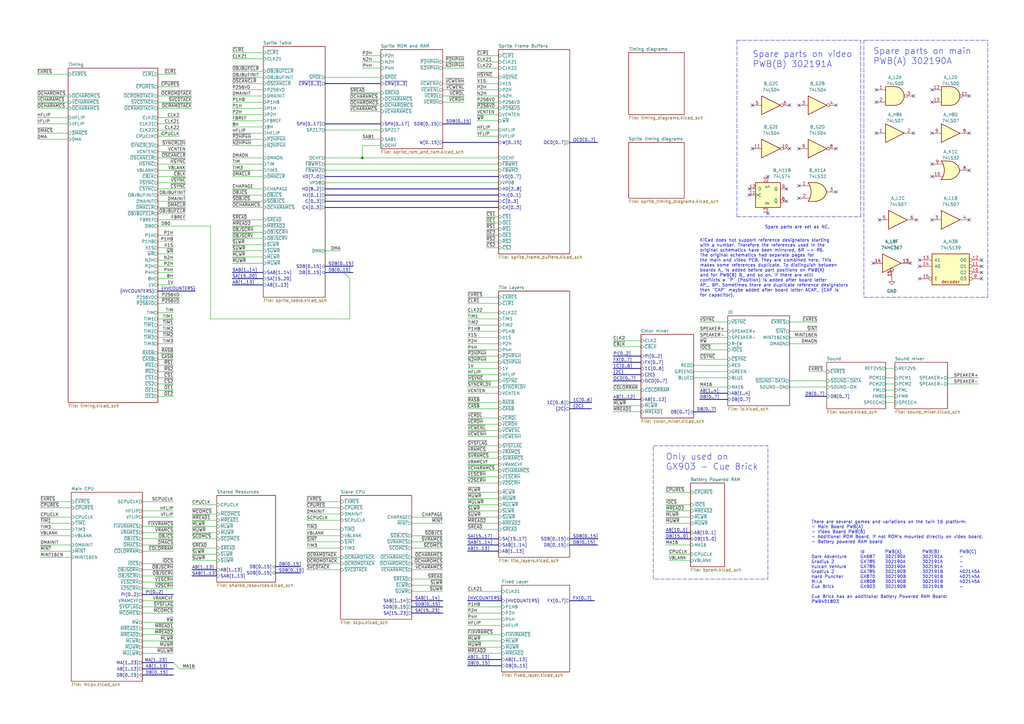
<source format=kicad_sch>
(kicad_sch (version 20231120) (generator "eeschema") (generator_version "8.0")
  (paper "A3")
  (title_block (title "Twin 16") (date "2024-09-08") (company "Konami GX687 / GX785") (comment 1 "Ulf Skutnabba, twitter: @skutis77"))
  (junction (at 148.59 64.77))
  (no_connect (at 322.58 77.47))
  (no_connect (at 307.34 80.01))
  (no_connect (at 314.96 72.39))
  (no_connect (at 307.34 77.47))
  (no_connect (at 327.66 76.2))
  (no_connect (at 314.96 87.63))
  (no_connect (at 322.58 82.55))
  (no_connect (at 327.66 81.28))
  (no_connect (at 327.66 43.18))
  (no_connect (at 342.9 43.18))
  (no_connect (at 342.9 60.96))
  (no_connect (at 327.66 60.96))
  (no_connect (at 342.9 78.74))
  (no_connect (at 308.61 60.96))
  (no_connect (at 323.85 60.96))
  (no_connect (at 323.85 43.18))
  (no_connect (at 308.61 43.18))
  (no_connect (at 374.65 54.61))
  (no_connect (at 382.27 54.61))
  (no_connect (at 382.27 67.31))
  (no_connect (at 382.27 41.91))
  (no_connect (at 382.27 36.83))
  (no_connect (at 397.51 39.37))
  (no_connect (at 374.65 39.37))
  (no_connect (at 359.41 41.91))
  (no_connect (at 359.41 36.83))
  (no_connect (at 397.51 69.85))
  (no_connect (at 382.27 72.39))
  (no_connect (at 359.41 54.61))
  (no_connect (at 373.38 107.95))
  (no_connect (at 377.19 109.22))
  (no_connect (at 377.19 114.3))
  (no_connect (at 377.19 106.68))
  (no_connect (at 402.59 114.3))
  (no_connect (at 402.59 111.76))
  (no_connect (at 402.59 109.22))
  (no_connect (at 402.59 106.68))
  (no_connect (at 397.51 54.61))
  (no_connect (at 358.14 107.95))
  (no_connect (at 375.92 90.17))
  (no_connect (at 382.27 90.17))
  (no_connect (at 397.51 90.17))
  (no_connect (at 360.68 90.17))
  (bus_entry (at 71.12 271.78) (size 2.54 2.54))
  (bus_entry (at 140.97 111.76) (size 2.54 2.54))
  (wire (pts (xy 15.24 50.8) (xy 27.94 50.8)))
  (wire (pts (xy 64.77 157.48) (xy 71.12 157.48)))
  (wire (pts (xy 251.46 142.24) (xy 262.89 142.24)))
  (bus (pts (xy 191.77 223.52) (xy 204.47 223.52)))
  (wire (pts (xy 125.73 233.68) (xy 139.7 233.68)))
  (wire (pts (xy 64.77 138.43) (xy 71.12 138.43)))
  (wire (pts (xy 191.77 171.45) (xy 204.47 171.45)))
  (wire (pts (xy 58.42 205.74) (xy 71.12 205.74)))
  (wire (pts (xy 191.77 198.12) (xy 204.47 198.12)))
  (wire (pts (xy 95.25 69.85) (xy 107.95 69.85)))
  (bus (pts (xy 58.42 276.86) (xy 71.12 276.86)))
  (wire (pts (xy 191.77 207.01) (xy 204.47 207.01)))
  (bus (pts (xy 181.61 58.42) (xy 204.47 58.42)))
  (wire (pts (xy 133.35 64.77) (xy 148.59 64.77)))
  (wire (pts (xy 64.77 35.56) (xy 73.66 35.56)))
  (wire (pts (xy 191.77 179.07) (xy 204.47 179.07)))
  (wire (pts (xy 195.58 41.91) (xy 204.47 41.91)))
  (wire (pts (xy 273.05 209.55) (xy 283.21 209.55)))
  (wire (pts (xy 95.25 44.45) (xy 107.95 44.45)))
  (bus (pts (xy 330.2 162.56) (xy 339.09 162.56)))
  (wire (pts (xy 181.61 39.37) (xy 190.5 39.37)))
  (wire (pts (xy 191.77 140.97) (xy 204.47 140.97)))
  (bus (pts (xy 168.91 251.46) (xy 181.61 251.46)))
  (bus (pts (xy 191.77 226.06) (xy 204.47 226.06)))
  (wire (pts (xy 16.51 212.09) (xy 29.21 212.09)))
  (bus (pts (xy 168.91 246.38) (xy 181.61 246.38)))
  (wire (pts (xy 191.77 167.64) (xy 204.47 167.64)))
  (wire (pts (xy 64.77 116.84) (xy 71.12 116.84)))
  (wire (pts (xy 195.58 39.37) (xy 204.47 39.37)))
  (polyline (pts (xy 354.33 16.51) (xy 354.33 121.92)) (stroke (width 0) (type dash)))
  (wire (pts (xy 95.25 57.15) (xy 107.95 57.15)))
  (wire (pts (xy 191.77 135.89) (xy 204.47 135.89)))
  (wire (pts (xy 64.77 162.56) (xy 71.12 162.56)))
  (wire (pts (xy 168.91 233.68) (xy 181.61 233.68)))
  (wire (pts (xy 95.25 102.87) (xy 107.95 102.87)))
  (wire (pts (xy 191.77 130.81) (xy 204.47 130.81)))
  (wire (pts (xy 125.73 222.25) (xy 139.7 222.25)))
  (wire (pts (xy 58.42 267.97) (xy 71.12 267.97)))
  (wire (pts (xy 64.77 59.69) (xy 76.2 59.69)))
  (bus (pts (xy 233.68 58.42) (xy 245.11 58.42)))
  (wire (pts (xy 133.35 67.31) (xy 204.47 67.31)))
  (wire (pts (xy 15.24 41.91) (xy 27.94 41.91)))
  (wire (pts (xy 195.58 31.75) (xy 204.47 31.75)))
  (wire (pts (xy 195.58 46.99) (xy 204.47 46.99)))
  (wire (pts (xy 156.21 59.69) (xy 148.59 59.69)))
  (wire (pts (xy 191.77 173.99) (xy 204.47 173.99)))
  (wire (pts (xy 95.25 100.33) (xy 107.95 100.33)))
  (bus (pts (xy 133.35 34.29) (xy 156.21 34.29)))
  (wire (pts (xy 58.42 257.81) (xy 71.12 257.81)))
  (wire (pts (xy 58.42 226.06) (xy 71.12 226.06)))
  (wire (pts (xy 64.77 111.76) (xy 71.12 111.76)))
  (wire (pts (xy 191.77 248.92) (xy 205.74 248.92)))
  (wire (pts (xy 125.73 228.6) (xy 139.7 228.6)))
  (wire (pts (xy 64.77 87.63) (xy 76.2 87.63)))
  (wire (pts (xy 64.77 106.68) (xy 71.12 106.68)))
  (wire (pts (xy 148.59 64.77) (xy 204.47 64.77)))
  (wire (pts (xy 64.77 128.27) (xy 71.12 128.27)))
  (wire (pts (xy 191.77 193.04) (xy 204.47 193.04)))
  (wire (pts (xy 284.48 149.86) (xy 298.45 149.86)))
  (wire (pts (xy 125.73 213.36) (xy 139.7 213.36)))
  (wire (pts (xy 143.51 130.81) (xy 143.51 114.3)))
  (wire (pts (xy 191.77 133.35) (xy 204.47 133.35)))
  (bus (pts (xy 233.68 220.98) (xy 245.11 220.98)))
  (wire (pts (xy 64.77 133.35) (xy 71.12 133.35)))
  (bus (pts (xy 58.42 243.84) (xy 71.12 243.84)))
  (wire (pts (xy 64.77 30.48) (xy 72.39 30.48)))
  (wire (pts (xy 95.25 59.69) (xy 107.95 59.69)))
  (bus (pts (xy 113.03 234.95) (xy 123.19 234.95)))
  (wire (pts (xy 58.42 241.3) (xy 71.12 241.3)))
  (bus (pts (xy 140.97 111.76) (xy 144.78 111.76)))
  (wire (pts (xy 133.35 74.93) (xy 204.47 74.93)))
  (wire (pts (xy 388.62 157.48) (xy 401.32 157.48)))
  (wire (pts (xy 95.25 24.13) (xy 107.95 24.13)))
  (bus (pts (xy 284.48 168.91) (xy 293.37 168.91)))
  (bus (pts (xy 78.74 233.68) (xy 88.9 233.68)))
  (wire (pts (xy 58.42 218.44) (xy 71.12 218.44)))
  (wire (pts (xy 125.73 219.71) (xy 139.7 219.71)))
  (bus (pts (xy 233.68 167.64) (xy 242.57 167.64)))
  (wire (pts (xy 191.77 182.88) (xy 204.47 182.88)))
  (polyline (pts (xy 354.33 121.92) (xy 405.13 121.92)) (stroke (width 0) (type dash)))
  (wire (pts (xy 73.66 274.32) (xy 80.01 274.32)))
  (wire (pts (xy 273.05 207.01) (xy 283.21 207.01)))
  (wire (pts (xy 287.02 138.43) (xy 298.45 138.43)))
  (wire (pts (xy 64.77 92.71) (xy 86.36 92.71)))
  (wire (pts (xy 195.58 22.86) (xy 204.47 22.86)))
  (bus (pts (xy 133.35 80.01) (xy 204.47 80.01)))
  (wire (pts (xy 95.25 21.59) (xy 107.95 21.59)))
  (wire (pts (xy 78.74 207.01) (xy 88.9 207.01)))
  (wire (pts (xy 274.32 227.33) (xy 283.21 227.33)))
  (wire (pts (xy 181.61 36.83) (xy 190.5 36.83)))
  (wire (pts (xy 58.42 246.38) (xy 71.12 246.38)))
  (bus (pts (xy 133.35 72.39) (xy 204.47 72.39)))
  (wire (pts (xy 58.42 220.98) (xy 71.12 220.98)))
  (bus (pts (xy 133.35 82.55) (xy 204.47 82.55)))
  (wire (pts (xy 191.77 262.89) (xy 205.74 262.89)))
  (wire (pts (xy 191.77 148.59) (xy 204.47 148.59)))
  (wire (pts (xy 199.39 88.9) (xy 204.47 88.9)))
  (wire (pts (xy 323.85 140.97) (xy 335.28 140.97)))
  (wire (pts (xy 168.91 240.03) (xy 181.61 240.03)))
  (wire (pts (xy 191.77 267.97) (xy 205.74 267.97)))
  (wire (pts (xy 363.22 162.56) (xy 367.03 162.56)))
  (wire (pts (xy 58.42 212.09) (xy 71.12 212.09)))
  (wire (pts (xy 95.25 39.37) (xy 107.95 39.37)))
  (wire (pts (xy 195.58 53.34) (xy 204.47 53.34)))
  (wire (pts (xy 191.77 209.55) (xy 204.47 209.55)))
  (wire (pts (xy 95.25 82.55) (xy 107.95 82.55)))
  (wire (pts (xy 64.77 121.92) (xy 73.66 121.92)))
  (wire (pts (xy 64.77 96.52) (xy 71.12 96.52)))
  (wire (pts (xy 148.59 57.15) (xy 156.21 57.15)))
  (wire (pts (xy 125.73 231.14) (xy 139.7 231.14)))
  (wire (pts (xy 64.77 154.94) (xy 71.12 154.94)))
  (bus (pts (xy 95.25 111.76) (xy 107.95 111.76)))
  (wire (pts (xy 195.58 55.88) (xy 204.47 55.88)))
  (wire (pts (xy 168.91 219.71) (xy 181.61 219.71)))
  (wire (pts (xy 323.85 135.89) (xy 335.28 135.89)))
  (wire (pts (xy 15.24 39.37) (xy 27.94 39.37)))
  (wire (pts (xy 191.77 217.17) (xy 204.47 217.17)))
  (bus (pts (xy 251.46 153.67) (xy 262.89 153.67)))
  (wire (pts (xy 199.39 93.98) (xy 204.47 93.98)))
  (wire (pts (xy 64.77 104.14) (xy 71.12 104.14)))
  (wire (pts (xy 363.22 151.13) (xy 367.03 151.13)))
  (wire (pts (xy 64.77 140.97) (xy 71.12 140.97)))
  (bus (pts (xy 251.46 146.05) (xy 262.89 146.05)))
  (wire (pts (xy 86.36 92.71) (xy 86.36 130.81)))
  (wire (pts (xy 58.42 262.89) (xy 71.12 262.89)))
  (wire (pts (xy 16.51 217.17) (xy 29.21 217.17)))
  (bus (pts (xy 273.05 218.44) (xy 283.21 218.44)))
  (wire (pts (xy 64.77 72.39) (xy 76.2 72.39)))
  (wire (pts (xy 181.61 27.94) (xy 190.5 27.94)))
  (wire (pts (xy 78.74 215.9) (xy 88.9 215.9)))
  (wire (pts (xy 64.77 77.47) (xy 76.2 77.47)))
  (wire (pts (xy 199.39 91.44) (xy 204.47 91.44)))
  (wire (pts (xy 133.35 53.34) (xy 156.21 53.34)))
  (wire (pts (xy 64.77 109.22) (xy 71.12 109.22)))
  (wire (pts (xy 287.02 140.97) (xy 298.45 140.97)))
  (wire (pts (xy 284.48 152.4) (xy 298.45 152.4)))
  (wire (pts (xy 95.25 49.53) (xy 107.95 49.53)))
  (bus (pts (xy 191.77 273.05) (xy 205.74 273.05)))
  (wire (pts (xy 58.42 265.43) (xy 71.12 265.43)))
  (wire (pts (xy 181.61 25.4) (xy 190.5 25.4)))
  (wire (pts (xy 64.77 130.81) (xy 71.12 130.81)))
  (wire (pts (xy 133.35 31.75) (xy 156.21 31.75)))
  (wire (pts (xy 15.24 57.15) (xy 27.94 57.15)))
  (wire (pts (xy 287.02 147.32) (xy 298.45 147.32)))
  (wire (pts (xy 95.25 52.07) (xy 107.95 52.07)))
  (wire (pts (xy 168.91 224.79) (xy 181.61 224.79)))
  (wire (pts (xy 323.85 138.43) (xy 335.28 138.43)))
  (wire (pts (xy 168.91 237.49) (xy 181.61 237.49)))
  (wire (pts (xy 64.77 62.23) (xy 76.2 62.23)))
  (polyline (pts (xy 405.13 121.92) (xy 405.13 16.51)) (stroke (width 0) (type dash)))
  (wire (pts (xy 64.77 64.77) (xy 76.2 64.77)))
  (wire (pts (xy 191.77 153.67) (xy 204.47 153.67)))
  (bus (pts (xy 191.77 246.38) (xy 205.74 246.38)))
  (wire (pts (xy 168.91 228.6) (xy 181.61 228.6)))
  (wire (pts (xy 16.51 205.74) (xy 29.21 205.74)))
  (wire (pts (xy 95.25 36.83) (xy 107.95 36.83)))
  (wire (pts (xy 16.51 219.71) (xy 29.21 219.71)))
  (bus (pts (xy 95.25 114.3) (xy 107.95 114.3)))
  (wire (pts (xy 64.77 124.46) (xy 73.66 124.46)))
  (bus (pts (xy 78.74 236.22) (xy 88.9 236.22)))
  (wire (pts (xy 78.74 210.82) (xy 88.9 210.82)))
  (wire (pts (xy 64.77 147.32) (xy 71.12 147.32)))
  (bus (pts (xy 233.68 223.52) (xy 245.11 223.52)))
  (wire (pts (xy 143.51 38.1) (xy 156.21 38.1)))
  (wire (pts (xy 58.42 248.92) (xy 71.12 248.92)))
  (wire (pts (xy 58.42 209.55) (xy 71.12 209.55)))
  (wire (pts (xy 191.77 256.54) (xy 205.74 256.54)))
  (wire (pts (xy 15.24 54.61) (xy 27.94 54.61)))
  (polyline (pts (xy 302.26 88.9) (xy 353.06 88.9)) (stroke (width 0) (type dash)))
  (wire (pts (xy 363.22 154.94) (xy 367.03 154.94)))
  (bus (pts (xy 64.77 119.38) (xy 80.01 119.38)))
  (wire (pts (xy 168.91 214.63) (xy 181.61 214.63)))
  (wire (pts (xy 15.24 48.26) (xy 27.94 48.26)))
  (wire (pts (xy 148.59 27.94) (xy 156.21 27.94)))
  (wire (pts (xy 191.77 151.13) (xy 204.47 151.13)))
  (bus (pts (xy 58.42 271.78) (xy 71.12 271.78)))
  (wire (pts (xy 191.77 185.42) (xy 204.47 185.42)))
  (wire (pts (xy 323.85 158.75) (xy 339.09 158.75)))
  (bus (pts (xy 133.35 109.22) (xy 144.78 109.22)))
  (wire (pts (xy 287.02 158.75) (xy 298.45 158.75)))
  (wire (pts (xy 148.59 59.69) (xy 148.59 64.77)))
  (wire (pts (xy 143.51 43.18) (xy 156.21 43.18)))
  (bus (pts (xy 191.77 220.98) (xy 204.47 220.98)))
  (wire (pts (xy 64.77 74.93) (xy 76.2 74.93)))
  (bus (pts (xy 181.61 50.8) (xy 193.04 50.8)))
  (wire (pts (xy 191.77 156.21) (xy 204.47 156.21)))
  (wire (pts (xy 251.46 166.37) (xy 262.89 166.37)))
  (bus (pts (xy 251.46 151.13) (xy 262.89 151.13)))
  (wire (pts (xy 64.77 82.55) (xy 76.2 82.55)))
  (wire (pts (xy 95.25 64.77) (xy 107.95 64.77)))
  (wire (pts (xy 287.02 132.08) (xy 298.45 132.08)))
  (wire (pts (xy 58.42 238.76) (xy 71.12 238.76)))
  (wire (pts (xy 195.58 36.83) (xy 204.47 36.83)))
  (bus (pts (xy 133.35 85.09) (xy 204.47 85.09)))
  (wire (pts (xy 191.77 124.46) (xy 204.47 124.46)))
  (wire (pts (xy 95.25 41.91) (xy 107.95 41.91)))
  (wire (pts (xy 168.91 212.09) (xy 181.61 212.09)))
  (wire (pts (xy 191.77 143.51) (xy 204.47 143.51)))
  (wire (pts (xy 195.58 44.45) (xy 204.47 44.45)))
  (wire (pts (xy 64.77 44.45) (xy 78.74 44.45)))
  (wire (pts (xy 95.25 90.17) (xy 107.95 90.17)))
  (bus (pts (xy 133.35 77.47) (xy 204.47 77.47)))
  (wire (pts (xy 78.74 220.98) (xy 88.9 220.98)))
  (bus (pts (xy 95.25 116.84) (xy 107.95 116.84)))
  (wire (pts (xy 195.58 49.53) (xy 204.47 49.53)))
  (wire (pts (xy 64.77 69.85) (xy 76.2 69.85)))
  (wire (pts (xy 95.25 92.71) (xy 107.95 92.71)))
  (wire (pts (xy 64.77 85.09) (xy 76.2 85.09)))
  (wire (pts (xy 191.77 176.53) (xy 204.47 176.53)))
  (wire (pts (xy 64.77 48.26) (xy 73.66 48.26)))
  (wire (pts (xy 143.51 45.72) (xy 156.21 45.72)))
  (bus (pts (xy 133.35 111.76) (xy 140.97 111.76)))
  (wire (pts (xy 143.51 40.64) (xy 156.21 40.64)))
  (wire (pts (xy 16.51 226.06) (xy 29.21 226.06)))
  (wire (pts (xy 388.62 154.94) (xy 401.32 154.94)))
  (wire (pts (xy 64.77 101.6) (xy 71.12 101.6)))
  (wire (pts (xy 273.05 201.93) (xy 283.21 201.93)))
  (wire (pts (xy 363.22 165.1) (xy 367.03 165.1)))
  (wire (pts (xy 191.77 190.5) (xy 204.47 190.5)))
  (bus (pts (xy 191.77 270.51) (xy 205.74 270.51)))
  (wire (pts (xy 95.25 29.21) (xy 107.95 29.21)))
  (wire (pts (xy 64.77 50.8) (xy 73.66 50.8)))
  (wire (pts (xy 95.25 97.79) (xy 107.95 97.79)))
  (wire (pts (xy 64.77 99.06) (xy 71.12 99.06)))
  (wire (pts (xy 125.73 208.28) (xy 139.7 208.28)))
  (wire (pts (xy 199.39 96.52) (xy 204.47 96.52)))
  (wire (pts (xy 274.32 229.87) (xy 283.21 229.87)))
  (wire (pts (xy 168.91 231.14) (xy 181.61 231.14)))
  (wire (pts (xy 181.61 41.91) (xy 190.5 41.91)))
  (wire (pts (xy 284.48 154.94) (xy 298.45 154.94)))
  (wire (pts (xy 323.85 132.08) (xy 335.28 132.08)))
  (wire (pts (xy 58.42 251.46) (xy 71.12 251.46)))
  (wire (pts (xy 251.46 160.02) (xy 262.89 160.02)))
  (wire (pts (xy 323.85 156.21) (xy 339.09 156.21)))
  (wire (pts (xy 133.35 69.85) (xy 204.47 69.85)))
  (wire (pts (xy 191.77 260.35) (xy 205.74 260.35)))
  (wire (pts (xy 191.77 195.58) (xy 204.47 195.58)))
  (wire (pts (xy 191.77 165.1) (xy 204.47 165.1)))
  (wire (pts (xy 191.77 121.92) (xy 204.47 121.92)))
  (wire (pts (xy 78.74 224.79) (xy 88.9 224.79)))
  (wire (pts (xy 78.74 227.33) (xy 88.9 227.33)))
  (wire (pts (xy 58.42 236.22) (xy 71.12 236.22)))
  (wire (pts (xy 95.25 31.75) (xy 107.95 31.75)))
  (wire (pts (xy 191.77 128.27) (xy 204.47 128.27)))
  (wire (pts (xy 95.25 95.25) (xy 107.95 95.25)))
  (bus (pts (xy 233.68 246.38) (xy 243.84 246.38)))
  (polyline (pts (xy 302.26 16.51) (xy 353.06 16.51)) (stroke (width 0) (type dash)))
  (wire (pts (xy 78.74 218.44) (xy 88.9 218.44)))
  (bus (pts (xy 251.46 163.83) (xy 262.89 163.83)))
  (wire (pts (xy 273.05 214.63) (xy 283.21 214.63)))
  (wire (pts (xy 16.51 223.52) (xy 29.21 223.52)))
  (wire (pts (xy 191.77 265.43) (xy 205.74 265.43)))
  (wire (pts (xy 251.46 168.91) (xy 262.89 168.91)))
  (wire (pts (xy 58.42 260.35) (xy 71.12 260.35)))
  (wire (pts (xy 58.42 231.14) (xy 71.12 231.14)))
  (wire (pts (xy 64.77 149.86) (xy 71.12 149.86)))
  (wire (pts (xy 58.42 223.52) (xy 71.12 223.52)))
  (wire (pts (xy 168.91 242.57) (xy 181.61 242.57)))
  (wire (pts (xy 64.77 114.3) (xy 71.12 114.3)))
  (wire (pts (xy 64.77 39.37) (xy 78.74 39.37)))
  (wire (pts (xy 125.73 205.74) (xy 139.7 205.74)))
  (wire (pts (xy 58.42 215.9) (xy 71.12 215.9)))
  (wire (pts (xy 125.73 217.17) (xy 139.7 217.17)))
  (wire (pts (xy 64.77 53.34) (xy 73.66 53.34)))
  (wire (pts (xy 16.51 208.28) (xy 29.21 208.28)))
  (wire (pts (xy 191.77 242.57) (xy 205.74 242.57)))
  (bus (pts (xy 168.91 248.92) (xy 181.61 248.92)))
  (wire (pts (xy 287.02 135.89) (xy 298.45 135.89)))
  (wire (pts (xy 191.77 212.09) (xy 204.47 212.09)))
  (polyline (pts (xy 302.26 16.51) (xy 302.26 88.9)) (stroke (width 0) (type dash)))
  (wire (pts (xy 95.25 77.47) (xy 107.95 77.47)))
  (wire (pts (xy 191.77 187.96) (xy 204.47 187.96)))
  (wire (pts (xy 64.77 67.31) (xy 76.2 67.31)))
  (wire (pts (xy 273.05 212.09) (xy 283.21 212.09)))
  (wire (pts (xy 64.77 55.88) (xy 73.66 55.88)))
  (wire (pts (xy 15.24 44.45) (xy 27.94 44.45)))
  (wire (pts (xy 125.73 224.79) (xy 139.7 224.79)))
  (polyline (pts (xy 354.33 16.51) (xy 405.13 16.51)) (stroke (width 0) (type dash)))
  (wire (pts (xy 191.77 201.93) (xy 204.47 201.93)))
  (wire (pts (xy 125.73 210.82) (xy 139.7 210.82)))
  (wire (pts (xy 191.77 158.75) (xy 204.47 158.75)))
  (bus (pts (xy 133.35 50.8) (xy 156.21 50.8)))
  (wire (pts (xy 15.24 30.48) (xy 27.94 30.48)))
  (wire (pts (xy 191.77 204.47) (xy 204.47 204.47)))
  (wire (pts (xy 363.22 157.48) (xy 367.03 157.48)))
  (wire (pts (xy 191.77 214.63) (xy 204.47 214.63)))
  (wire (pts (xy 331.47 152.4) (xy 339.09 152.4)))
  (wire (pts (xy 363.22 160.02) (xy 367.03 160.02)))
  (wire (pts (xy 191.77 254) (xy 205.74 254)))
  (polyline (pts (xy 353.06 88.9) (xy 353.06 16.51)) (stroke (width 0) (type dash)))
  (wire (pts (xy 64.77 144.78) (xy 71.12 144.78)))
  (wire (pts (xy 148.59 25.4) (xy 156.21 25.4)))
  (wire (pts (xy 195.58 25.4) (xy 204.47 25.4)))
  (wire (pts (xy 16.51 214.63) (xy 29.21 214.63)))
  (wire (pts (xy 64.77 135.89) (xy 71.12 135.89)))
  (bus (pts (xy 273.05 220.98) (xy 283.21 220.98)))
  (bus (pts (xy 58.42 274.32) (xy 71.12 274.32)))
  (wire (pts (xy 95.25 46.99) (xy 107.95 46.99)))
  (wire (pts (xy 195.58 34.29) (xy 204.47 34.29)))
  (wire (pts (xy 199.39 99.06) (xy 204.47 99.06)))
  (wire (pts (xy 251.46 139.7) (xy 262.89 139.7)))
  (wire (pts (xy 199.39 101.6) (xy 204.47 101.6)))
  (wire (pts (xy 95.25 80.01) (xy 107.95 80.01)))
  (wire (pts (xy 64.77 41.91) (xy 78.74 41.91)))
  (wire (pts (xy 95.25 54.61) (xy 107.95 54.61)))
  (wire (pts (xy 133.35 102.87) (xy 139.7 102.87)))
  (bus (pts (xy 287.02 163.83) (xy 298.45 163.83)))
  (wire (pts (xy 95.25 105.41) (xy 107.95 105.41)))
  (bus (pts (xy 251.46 156.21) (xy 262.89 156.21)))
  (bus (pts (xy 251.46 148.59) (xy 262.89 148.59)))
  (wire (pts (xy 287.02 143.51) (xy 298.45 143.51)))
  (wire (pts (xy 58.42 255.27) (xy 71.12 255.27)))
  (wire (pts (xy 191.77 138.43) (xy 204.47 138.43)))
  (wire (pts (xy 95.25 107.95) (xy 107.95 107.95)))
  (wire (pts (xy 64.77 160.02) (xy 71.12 160.02)))
  (wire (pts (xy 95.25 85.09) (xy 107.95 85.09)))
  (wire (pts (xy 191.77 146.05) (xy 204.47 146.05)))
  (wire (pts (xy 181.61 34.29) (xy 190.5 34.29)))
  (wire (pts (xy 191.77 161.29) (xy 204.47 161.29)))
  (wire (pts (xy 78.74 213.36) (xy 88.9 213.36)))
  (wire (pts (xy 95.25 67.31) (xy 107.95 67.31)))
  (wire (pts (xy 58.42 233.68) (xy 71.12 233.68)))
  (wire (pts (xy 168.91 222.25) (xy 181.61 222.25)))
  (wire (pts (xy 95.25 34.29) (xy 107.95 34.29)))
  (bus (pts (xy 287.02 161.29) (xy 298.45 161.29)))
  (wire (pts (xy 86.36 130.81) (xy 143.51 130.81)))
  (wire (pts (xy 273.05 223.52) (xy 283.21 223.52)))
  (wire (pts (xy 95.25 72.39) (xy 107.95 72.39)))
  (bus (pts (xy 113.03 232.41) (xy 123.19 232.41)))
  (wire (pts (xy 78.74 229.87) (xy 88.9 229.87)))
  (bus (pts (xy 233.68 165.1) (xy 242.57 165.1)))
  (wire (pts (xy 191.77 251.46) (xy 205.74 251.46)))
  (wire (pts (xy 64.77 80.01) (xy 76.2 80.01)))
  (wire (pts (xy 64.77 152.4) (xy 71.12 152.4)))
  (wire (pts (xy 195.58 27.94) (xy 204.47 27.94)))
  (wire (pts (xy 148.59 22.86) (xy 156.21 22.86)))
  (wire (pts (xy 16.51 228.6) (xy 29.21 228.6)))
  (wire (pts (xy 64.77 90.17) (xy 76.2 90.17)))
  (rectangle (start 267.97 182.88) (end 314.96 237.49) (stroke (width 0) (type dash)))
  (text "Spare parts on main\nPWB(A) 302190A" (at 358.14 26.67 0) (effects (font (size 2.54 2.54)) (justify left bottom)))
  (text "There are several games and variations on the twin 16 platform:\n- Main Board PWB(A)\n- Video Board PWB(B)\n- Additional ROM Board, if not ROM's mounted directly on video board.\n- Battery powered RAM board \n\n				Id		PWB(A)		PWB(B)		PWB(C)\nDark Adventure	GX687	302190A		302191A		-\nGradius 2		GX785	302190A		302191A		-\nVulcan Venture	GX785	302190A		302191A		-\nGradius 2		GX785	302190B		302191B		402145A\nHard Puncher	GX870	302190B		302191B		402145A\nM.I.A			GX808	302190B		302191B		402145A\nCue Brick		GX903	302190B		302191B		-\n\nCue Brick has an additional Battery Powered RAM Board:\nPWB451803\n" (at 332.74 247.65 0) (effects (font (size 1.27 1.27)) (justify left bottom)))
  (text "Spare parts are set as NC." (at 313.69 93.98 0) (effects (font (size 1.27 1.27)) (justify left bottom)))
  (text "KiCad does not support reference designators starting\nwith a number. Therefore the references used in the\noriginal schematics have been mirrored. 6R -> R6.\nThe original schematics had separate pages for \nthe main and video PCB. They are combined here. This\nmakes some references duplicate. To distinguish between\nboards A_ is added before part positions on PWB(A)\nand for PWB(B) B_ and so on. If there are still\nconflicts a \"P\" (Position) is added after board letter\nAP_, BP. Sometimes there are duplicate reference designators\nthen \"CAP\" maybe added after board letter ACAP_ (CAP is\nfor capacitor)." (at 287.02 121.92 0) (effects (font (size 1.27 1.27)) (justify left bottom)))
  (text "Spare parts on video\nPWB(B) 302191A" (at 308.61 27.94 0) (effects (font (size 2.54 2.54)) (justify left bottom)))
  (text "Only used on\nGX903 - Cue Brick" (at 273.05 193.04 0) (effects (font (size 2.54 2.54)) (justify left bottom)))
  (label "~{VCHARAMCS}" (at 181.61 233.68 180))
  (label "~{CPURES}" (at 73.66 35.56 180))
  (label "~{OE2}" (at 71.12 162.56 180))
  (label "TIM" (at 71.12 128.27 180))
  (label "AB[1..13]" (at 191.77 226.06 0))
  (label "P2H" (at 71.12 109.22 180))
  (label "~{SYNCRLDV}" (at 76.2 59.69 180))
  (label "DB[0..15]" (at 59.69 276.86 0))
  (label "~{OBJSCRH}" (at 95.25 95.25 0))
  (label "~{CASB}" (at 71.12 147.32 180))
  (label "~{EXRES}" (at 335.28 132.08 180))
  (label "CHAPAGE" (at 95.25 77.47 0))
  (label "~{CPURES}" (at 125.73 208.28 0))
  (label "~{CS1}" (at 71.12 154.94 180))
  (label "~{P256VD}" (at 73.66 124.46 180))
  (label "~{V1SCRH}" (at 71.12 238.76 180))
  (label "~{SREAD}" (at 181.61 237.49 180))
  (label "~{CLR1}" (at 191.77 124.46 0))
  (label "~{HSYNC}" (at 76.2 67.31 180))
  (label "P1HB" (at 95.25 41.91 0))
  (label "~{CSYNC}" (at 287.02 147.32 0))
  (label "TIM1" (at 71.12 130.81 180))
  (label "~{CBLK}" (at 76.2 72.39 180))
  (label "VFLIP" (at 15.24 50.8 0))
  (label "~{OBJSCRH}" (at 71.12 233.68 180))
  (label "~{SYNCRLDV}" (at 191.77 158.75 0))
  (label "X1S" (at 191.77 138.43 0))
  (label "P4H" (at 191.77 254 0))
  (label "OBJBUFINIT" (at 76.2 80.01 180))
  (label "SPEAKER+" (at 287.02 135.89 0))
  (label "OCD[0..7]" (at 251.46 156.21 0))
  (label "~{MUWR}" (at 191.77 265.43 0))
  (label "OCD[0..7]" (at 234.95 58.42 0))
  (label "~{SYSFLAG}" (at 71.12 248.92 180))
  (label "~{VCWENL}" (at 191.77 176.53 0))
  (label "VBLANK" (at 125.73 219.71 0))
  (label "~{SUWR}" (at 191.77 212.09 0))
  (label "~{CS1}" (at 199.39 88.9 0))
  (label "FX[0..7]" (at 234.95 246.38 0))
  (label "~{OSCANCLR}" (at 76.2 64.77 180))
  (label "1C[0..6]" (at 251.46 151.13 0))
  (label "DMAINIT" (at 95.25 39.37 0))
  (label "~{P2HP4H}" (at 95.25 57.15 0))
  (label "VBLANK" (at 274.32 229.87 0))
  (label "AB[1..13]" (at 78.74 233.68 0))
  (label "~{TIM1}" (at 71.12 133.35 180))
  (label "CPUCLK" (at 274.32 227.33 0))
  (label "MINT16EN" (at 16.51 228.6 0))
  (label "P4H" (at 148.59 27.94 0))
  (label "VCNTEN" (at 191.77 161.29 0))
  (label "CLK21" (at 95.25 24.13 0))
  (label "CLK21" (at 195.58 25.4 0))
  (label "MA[1..23]" (at 68.58 271.78 180))
  (label "{HVCOUNTERS}" (at 66.04 119.38 0))
  (label "~{VRAMCS}" (at 191.77 185.42 0))
  (label "VBLANK" (at 76.2 69.85 180))
  (label "SDB[0..15]" (at 170.18 248.92 0))
  (label "~{SREAD}" (at 95.25 90.17 0))
  (label "~{CLR1}" (at 195.58 22.86 0))
  (label "~{CLR1}" (at 95.25 21.59 0))
  (label "~{OCRAMDTACK}" (at 125.73 228.6 0))
  (label "FX[0..7]" (at 251.46 148.59 0))
  (label "SDB[0..15]" (at 182.88 50.8 0))
  (label "DB[0..15]" (at 134.62 111.76 0))
  (label "CPUCLK" (at 73.66 55.88 180))
  (label "CLK21" (at 191.77 242.57 0))
  (label "AB[1..4]" (at 287.02 161.29 0))
  (label "~{MCOMCS}" (at 78.74 210.82 0))
  (label "SDB[0..15]" (at 234.95 220.98 0))
  (label "~{SVRAMCS}" (at 181.61 222.25 180))
  (label "VFLIP" (at 71.12 212.09 180))
  (label "DB[0..7]" (at 330.2 162.56 0))
  (label "~{SOBJCS}" (at 95.25 82.55 0))
  (label "CLK22" (at 195.58 27.94 0))
  (label "P2H" (at 148.59 22.86 0))
  (label "DMAINIT" (at 16.51 223.52 0))
  (label "~{IOCS}" (at 287.02 143.51 0))
  (label "P2H" (at 191.77 251.46 0))
  (label "~{MREAD2}" (at 273.05 209.55 0))
  (label "~{OCHAROMCS}" (at 181.61 231.14 180))
  (label "~{CS2}" (at 199.39 101.6 0))
  (label "CLK2" (at 73.66 48.26 180))
  (label "SPEAKER-" (at 287.02 138.43 0))
  (label "~{OBJSCRV}" (at 71.12 236.22 180))
  (label "~{RS2}" (at 71.12 152.4 180))
  (label "~{HSYNC}" (at 191.77 156.21 0))
  (label "HFLIP" (at 71.12 209.55 180))
  (label "~{OCROMDTACK}" (at 125.73 231.14 0))
  (label "DMA" (at 15.24 57.15 0))
  (label "SCPUCLK" (at 125.73 213.36 0))
  (label "P1HB" (at 71.12 99.06 180))
  (label "~{OCHARAMCS}" (at 181.61 228.6 180))
  (label "HFLIP" (at 15.24 48.26 0))
  (label "~{OCHAROMCS}" (at 143.51 43.18 0))
  (label "DB[0..15]" (at 191.77 273.05 0))
  (label "~{SREAD}" (at 191.77 217.17 0))
  (label "~{MULWR}" (at 191.77 207.01 0))
  (label "~{MLWR}" (at 78.74 215.9 0))
  (label "SA[15..23]" (at 170.18 251.46 0))
  (label "~{MREAD2}" (at 71.12 260.35 180))
  (label "~{SVRAMCS}" (at 191.77 187.96 0))
  (label "~{SVCDTACK}" (at 78.74 41.91 180))
  (label "HFLIP" (at 191.77 153.67 0))
  (label "~{CBLK}" (at 251.46 142.24 0))
  (label "~{DMACLR}" (at 95.25 72.39 0))
  (label "TIM" (at 95.25 67.31 0))
  (label "CLK22" (at 73.66 53.34 180))
  (label "~{SINT}" (at 125.73 222.25 0))
  (label "SAB[1..13]" (at 78.74 236.22 0))
  (label "~{N2HP4H}" (at 190.5 27.94 180))
  (label "SDB[0..15]" (at 114.3 234.95 0))
  (label "~{OCROMDTACK}" (at 78.74 39.37 180))
  (label "FBREF" (at 95.25 49.53 0))
  (label "SA[15..17]" (at 191.77 220.98 0))
  (label "P1HB" (at 191.77 248.92 0))
  (label "~{FIXVRAMCS}" (at 191.77 260.35 0))
  (label "~{MINT}" (at 16.51 226.06 0))
  (label "~{VCWENH}" (at 190.5 34.29 180))
  (label "~{CASB}" (at 191.77 167.64 0))
  (label "DMAINIT" (at 125.73 210.82 0))
  (label "~{SUWR}" (at 95.25 102.87 0))
  (label "~{MCOMCS}" (at 71.12 251.46 180))
  (label "1V" (at 71.12 116.84 180))
  (label "SAB[1..14]" (at 191.77 223.52 0))
  (label "~{VCRDL}" (at 190.5 39.37 180))
  (label "N2H" (at 71.12 106.68 180))
  (label "VFLIP" (at 195.58 55.88 0))
  (label "P1H" (at 71.12 96.52 180))
  (label "CLK2" (at 251.46 139.7 0))
  (label "~{MUWR}" (at 273.05 214.63 0))
  (label "CPUCLK" (at 16.51 212.09 0))
  (label "P2H" (at 95.25 46.99 0))
  (label "~{WR}" (at 195.58 49.53 0))
  (label "~{MUWR}" (at 71.12 265.43 180))
  (label "~{RASB}" (at 191.77 165.1 0))
  (label "TIM3" (at 125.73 224.79 0))
  (label "~{SREAD}" (at 78.74 224.79 0))
  (label "DB[0..7]" (at 285.75 168.91 0))
  (label "~{DMACS}" (at 15.24 54.61 0))
  (label "~{DMACS}" (at 71.12 223.52 180))
  (label "~{MUWR}" (at 95.25 107.95 0))
  (label "~{RS1}" (at 199.39 93.98 0))
  (label "HFLIP" (at 195.58 53.34 0))
  (label "~{OBJSCRV}" (at 95.25 97.79 0))
  (label "SCPUCLK" (at 71.12 205.74 180))
  (label "SAB[1..14]" (at 170.18 246.38 0))
  (label "{HVCOUNTERS}" (at 191.77 246.38 0))
  (label "P256VD" (at 195.58 41.91 0))
  (label "DMAON" (at 95.25 64.77 0))
  (label "~{OE2}" (at 199.39 96.52 0))
  (label "~{VCRDH}" (at 191.77 173.99 0))
  (label "P256VD" (at 95.25 36.83 0))
  (label "R~{W}" (at 71.12 255.27 180))
  (label "{2C}" (at 251.46 153.67 0))
  (label "HFLIP" (at 191.77 256.54 0))
  (label "CHAPAGE" (at 181.61 212.09 180))
  (label "~{HSYNC}" (at 195.58 31.75 0))
  (label "P1HB" (at 191.77 135.89 0))
  (label "~{CPURES}" (at 16.51 208.28 0))
  (label "~{SYSFLAG}" (at 191.77 182.88 0))
  (label "TIM2" (at 71.12 135.89 180))
  (label "~{MREAD1}" (at 71.12 257.81 180))
  (label "~{MUWR}" (at 78.74 218.44 0))
  (label "TIM3" (at 71.12 140.97 180))
  (label "SPEAKER-" (at 401.32 157.48 180))
  (label "AB[1..13]" (at 95.25 116.84 0))
  (label "MA16" (at 80.01 274.32 180))
  (label "P256VD" (at 73.66 121.92 180))
  (label "~{EXRES}" (at 331.47 152.4 0))
  (label "CPUCLK" (at 78.74 207.01 0))
  (label "~{VSYNC}" (at 287.02 132.08 0))
  (label "SPEAKER+" (at 401.32 154.94 180))
  (label "DMA" (at 139.7 102.87 180))
  (label "DB[0..7]" (at 287.02 163.83 0))
  (label "~{OBJBUFCLR}" (at 76.2 87.63 180))
  (label "~{MREAD2}" (at 191.77 267.97 0))
  (label "~{OCHARAMCS}" (at 95.25 85.09 0))
  (label "~{MLWR}" (at 191.77 201.93 0))
  (label "~{P2HP4H}" (at 190.5 25.4 180))
  (label "~{MLWR}" (at 251.46 166.37 0))
  (label "~{MULWR}" (at 71.12 267.97 180))
  (label "~{TIM2}" (at 71.12 138.43 180))
  (label "P4H" (at 71.12 111.76 180))
  (label "~{OCHAROMCS}" (at 15.24 39.37 0))
  (label "~{OBJBUFCLR}" (at 95.25 29.21 0))
  (label "MINT16EN" (at 335.28 138.43 180))
  (label "~{VCWENH}" (at 191.77 179.07 0))
  (label "~{MINT}" (at 181.61 214.63 180))
  (label "DMAON" (at 335.28 140.97 180))
  (label "1V" (at 191.77 151.13 0))
  (label "~{VRAMCS}" (at 71.12 218.44 180))
  (label "FBREF" (at 76.2 90.17 180))
  (label "AB[1..12]" (at 251.46 163.83 0))
  (label "~{SCOMCS}" (at 181.61 224.79 180))
  (label "AB[1..13]" (at 191.77 270.51 0))
  (label "~{SCOMCS}" (at 78.74 220.98 0))
  (label "HFLIP" (at 95.25 54.61 0))
  (label "AB[1..13]" (at 59.69 274.32 0))
  (label "~{OSCANCLR}" (at 95.25 34.29 0))
  (label "~{VCRDL}" (at 191.77 171.45 0))
  (label "~{MLWR}" (at 71.12 262.89 180))
  (label "CLK22" (at 191.77 128.27 0))
  (label "{2C}" (at 234.95 167.64 0))
  (label "P1H" (at 95.25 44.45 0))
  (label "~{CLR1}" (at 72.39 30.48 180))
  (label "VCNTEN" (at 76.2 62.23 180))
  (label "~{V2SCRH}" (at 191.77 198.12 0))
  (label "VBLANK" (at 16.51 219.71 0))
  (label "TIM3" (at 16.51 217.17 0))
  (label "VRAMCVF" (at 191.77 190.5 0))
  (label "~{CSYNC}" (at 76.2 77.47 180))
  (label "~{OCHARAMCS}" (at 15.24 44.45 0))
  (label "~{N2HP4H}" (at 191.77 148.59 0))
  (label "~{DMACLR}" (at 76.2 85.09 180))
  (label "~{SLWR}" (at 191.77 209.55 0))
  (label "N2H" (at 148.59 25.4 0))
  (label "DB[15..0]" (at 273.05 220.98 0))
  (label "SDB[0..15]" (at 134.62 109.22 0))
  (label "VCNTEN" (at 195.58 46.99 0))
  (label "~{N2HP4H}" (at 95.25 59.69 0))
  (label "8H" (at 95.25 52.07 0))
  (label "~{SOBJCS}" (at 181.61 219.71 180))
  (label "~{SUWR}" (at 78.74 229.87 0))
  (label "DB0" (at 66.04 92.71 0))
  (label "~{VCHARAMCS}" (at 15.24 41.91 0))
  (label "~{P2HP4H}" (at 191.77 146.05 0))
  (label "~{OBJCS}" (at 71.12 220.98 180))
  (label "~{SINT}" (at 335.28 135.89 180))
  (label "~{V1SCRH}" (at 191.77 195.58 0))
  (label "~{V2SCRH}" (at 71.12 241.3 180))
  (label "OBJBUFINIT" (at 95.25 31.75 0))
  (label "MA16" (at 287.02 158.75 0))
  (label "VRAMCVF" (at 71.12 246.38 180))
  (label "~{MLWR}" (at 95.25 105.41 0))
  (label "DB[0..15]" (at 234.95 223.52 0))
  (label "~{FIXVRAMCS}" (at 71.12 215.9 180))
  (label "~{MREAD2}" (at 191.77 214.63 0))
  (label "~{VCRDH}" (at 190.5 41.91 180))
  (label "PI[0..2]" (at 251.46 146.05 0))
  (label "~{VSYNC}" (at 76.2 74.93 180))
  (label "~{OE1}" (at 199.39 91.44 0))
  (label "SA[15..20]" (at 95.25 114.3 0))
  (label "X1S" (at 71.12 101.6 180))
  (label "P2H" (at 191.77 140.97 0))
  (label "DB[0..15]" (at 114.3 232.41 0))
  (label "1C[0..6]" (at 234.95 165.1 0))
  (label "CLK21" (at 73.66 50.8 180))
  (label "SAB[1..14]" (at 95.25 111.76 0))
  (label "~{OBJCS}" (at 95.25 80.01 0))
  (label "~{MREAD1}" (at 251.46 168.91 0))
  (label "~{IOCS}" (at 71.12 231.14 180))
  (label "~{EXRES}" (at 16.51 205.74 0))
  (label "~{COLORRAM}" (at 251.46 160.02 0))
  (label "~{OCRAMDTACK}" (at 78.74 44.45 180))
  (label "~{MREAD1}" (at 78.74 213.36 0))
  (label "DMAINIT" (at 76.2 82.55 180))
  (label "~{MLWR}" (at 273.05 212.09 0))
  (label "P2H" (at 195.58 36.83 0))
  (label "~{SUWR}" (at 181.61 242.57 180))
  (label "~{WR}" (at 71.12 104.14 180))
  (label "~{COLORRAM}" (at 71.12 226.06 180))
  (label "~{SLWR}" (at 78.74 227.33 0))
  (label "~{P256VD}" (at 195.58 44.45 0))
  (label "~{VCHARAMCS}" (at 191.77 193.04 0))
  (label "R~{W}" (at 287.02 140.97 0))
  (label "~{MUWR}" (at 191.77 204.47 0))
  (label "~{SVCDTACK}" (at 125.73 233.68 0))
  (label "MA16" (at 273.05 223.52 0))
  (label "~{MLWR}" (at 191.77 262.89 0))
  (label "~{VCWENL}" (at 190.5 36.83 180))
  (label "PI[0..2]" (at 59.69 243.84 0))
  (label "SAB1" (at 148.59 57.15 0))
  (label "~{SLWR}" (at 181.61 240.03 180))
  (label "~{EXRES}" (at 125.73 205.74 0))
  (label "~{TIM2}" (at 125.73 217.17 0))
  (label "~{SLWR}" (at 95.25 100.33 0))
  (label "~{EXRES}" (at 191.77 121.92 0))
  (label "~{SREAD}" (at 143.51 38.1 0))
  (label "P4H" (at 191.77 143.51 0))
  (label "TIM2" (at 191.77 133.35 0))
  (label "~{TIM1}" (at 16.51 214.63 0))
  (label "~{EXRES}" (at 15.24 30.48 0))
  (label "~{CS2}" (at 71.12 157.48 180))
  (label "~{MREAD2}" (at 95.25 92.71 0))
  (label "TIM1" (at 191.77 130.81 0))
  (label "~{OE1}" (at 71.12 160.02 180))
  (label "~{RS2}" (at 199.39 99.06 0))
  (label "TIM3" (at 95.25 69.85 0))
  (label "~{VCHARAMCS}" (at 143.51 45.72 0))
  (label "X1S" (at 195.58 34.29 0))
  (label "~{RS1}" (at 71.12 149.86 180))
  (label "~{CPURES}" (at 273.05 201.93 0))
  (label "N2H" (at 195.58 39.37 0))
  (label "8H" (at 71.12 114.3 180))
  (label "~{IOCS}" (at 273.05 207.01 0))
  (label "~{OCHARAMCS}" (at 143.51 40.64 0))
  (label "AB[10..1]" (at 273.05 218.44 0))
  (label "~{RASB}" (at 71.12 144.78 180))
  (symbol (lib_id "jt74:74LS00") (at 389.89 39.37 0) (unit 4)
    (property "Reference" "A_L2" (at 389.89 31.75 0))
    (property "Value" "74LS00" (at 389.89 34.29 0))
    (property "Datasheet" "http://www.ti.com/lit/gpn/sn74ls00" (effects (hide yes)))
  )
  (symbol (lib_id "74xx:74LS07") (at 389.89 90.17 0) (unit 2)
    (property "Reference" "A_L1" (at 389.89 81.28 0))
    (property "Value" "74LS07" (at 389.89 83.82 0))
    (property "Datasheet" "www.ti.com/lit/ds/symlink/sn74ls07.pdf" (effects (hide yes)))
  )
  (symbol (lib_id "74xx:74LS07") (at 389.89 54.61 0) (unit 4)
    (property "Reference" "A_H8" (at 389.89 46.99 0))
    (property "Value" "74LS07" (at 389.89 49.53 0))
    (property "Datasheet" "www.ti.com/lit/ds/symlink/sn74ls07.pdf" (effects (hide yes)))
  )
  (symbol (lib_id "jt74:74LS04") (at 316.23 43.18 0) (unit 3)
    (property "Reference" "B_G2" (at 316.23 34.29 0))
    (property "Value" "74LS04" (at 316.23 36.83 0))
    (property "Datasheet" "http://www.ti.com/lit/gpn/sn74LS04" (effects (hide yes)))
  )
  (symbol (lib_id "jt74:74LS367_Split") (at 365.76 107.95 0) (unit 6)
    (property "Reference" "A_L8" (at 365.76 99.06 0))
    (property "Value" "74HC367" (at 365.76 101.6 0))
    (property "Datasheet" "http://www.ti.com/lit/gpn/sn74LS367" (effects (hide yes)))
  )
  (symbol (lib_id "jt74:74LS04") (at 335.28 43.18 0) (unit 2)
    (property "Reference" "B_G2" (at 335.28 34.29 0))
    (property "Value" "74LS04" (at 335.28 36.83 0))
    (property "Datasheet" "http://www.ti.com/lit/gpn/sn74LS04" (effects (hide yes)))
  )
  (symbol (lib_id "jt74:74LS32") (at 335.28 78.74 0) (unit 1)
    (property "Reference" "B_A11" (at 335.28 69.85 0))
    (property "Value" "74LS32" (at 335.28 72.39 0))
    (property "Datasheet" "http://www.ti.com/lit/gpn/sn74LS32" (effects (hide yes)))
  )
  (symbol (lib_id "jt74:74LS32") (at 389.89 69.85 0) (unit 3)
    (property "Reference" "A_K1" (at 389.89 62.23 0))
    (property "Value" "74LS32" (at 389.89 64.77 0))
    (property "Datasheet" "http://www.ti.com/lit/gpn/sn74LS32" (effects (hide yes)))
  )
  (symbol (lib_id "jt74:74LS00") (at 367.03 39.37 0) (unit 1)
    (property "Reference" "A_L2" (at 367.03 31.75 0))
    (property "Value" "74LS00" (at 367.03 34.29 0))
    (property "Datasheet" "http://www.ti.com/lit/gpn/sn74ls00" (effects (hide yes)))
  )
  (symbol (lib_id "jt74:74LS74") (at 314.96 80.01 0) (unit 2)
    (property "Reference" "B_H11" (at 316.9794 69.85 0) (effects (justify left)))
    (property "Value" "74LS74" (at 316.9794 72.39 0) (effects (justify left)))
    (property "Datasheet" "74xx/74hc_hct74.pdf" (effects (hide yes)))
  )
  (symbol (lib_id "74xx:74LS07") (at 368.3 90.17 0) (unit 3)
    (property "Reference" "A_L1" (at 368.3 81.28 0))
    (property "Value" "74LS07" (at 368.3 83.82 0))
    (property "Datasheet" "www.ti.com/lit/ds/symlink/sn74ls07.pdf" (effects (hide yes)))
  )
  (symbol (lib_id "jt74:74LS139") (at 389.89 109.22 0) (unit 2)
    (property "Reference" "A_N3" (at 389.89 99.06 0))
    (property "Value" "74LS139" (at 389.89 101.6 0))
    (property "Datasheet" "http://www.ti.com/lit/gpn/sn74LS139" (effects (hide yes)))
  )
  (symbol (lib_id "74xx:74LS07") (at 367.03 54.61 0) (unit 1)
    (property "Reference" "A_H8" (at 367.03 46.99 0))
    (property "Value" "74LS07" (at 367.03 49.53 0))
    (property "Datasheet" "www.ti.com/lit/ds/symlink/sn74ls07.pdf" (effects (hide yes)))
  )
  (symbol (lib_id "jt74:74LS04") (at 335.28 60.96 0) (unit 4)
    (property "Reference" "B_G2" (at 335.28 52.07 0))
    (property "Value" "74LS04" (at 335.28 54.61 0))
    (property "Datasheet" "http://www.ti.com/lit/gpn/sn74LS04" (effects (hide yes)))
  )
  (symbol (lib_id "jt74:74LS04") (at 316.23 60.96 0) (unit 5)
    (property "Reference" "B_G2" (at 316.23 52.07 0))
    (property "Value" "74LS04" (at 316.23 54.61 0))
    (property "Datasheet" "http://www.ti.com/lit/gpn/sn74LS04" (effects (hide yes)))
  )
  (symbol (lib_id "power:GND") (at 365.76 114.3 0) (unit 1)
    (property "Reference" "#PWR0101" (effects (hide yes)))
    (property "Value" "GND" (at 365.76 119.38 0))
  )
  (sheet (at 257.81 21.59) (size 22.86 25.4) (stroke (width 0.1524))
    (property "Sheetname" "Timing diagrams" (at 257.81 20.8784 0) (effects (justify left bottom)))
    (property "Sheetfile" "timing_diagrams.kicad_sch" (at 257.81 47.5746 0) (effects (justify left top)))
  )
  (sheet (at 262.89 137.16) (size 21.59 34.29) (stroke (width 0.1524))
    (property "Sheetname" "Color mixer" (at 262.89 136.4484 0) (effects (justify left bottom)))
    (property "Sheetfile" "color_mixer.kicad_sch" (at 262.89 172.0346 0) (effects (justify left top)))
    (pin "1C[0..6]" input (at 262.89 151.13 180))
    (pin "FX[0..7]" input (at 262.89 148.59 180))
    (pin "OCD[0..7]" input (at 262.89 156.21 180))
    (pin "CLK2" input (at 262.89 139.7 180))
    (pin "~{CBLK}" input (at 262.89 142.24 180))
    (pin "~{COLORRAM}" input (at 262.89 160.02 180))
    (pin "BLUE" output (at 284.48 154.94 0))
    (pin "RED" output (at 284.48 149.86 0))
    (pin "GREEN" output (at 284.48 152.4 0))
    (pin "AB[1..12]" input (at 262.89 163.83 180))
    (pin "~{MLWR}" input (at 262.89 166.37 180))
    (pin "~{MREAD1}" input (at 262.89 168.91 180))
    (pin "PI[0..2]" input (at 262.89 146.05 180))
    (pin "{2C}" input (at 262.89 153.67 180))
    (pin "DB[0..7]" bidirectional (at 284.48 168.91 0))
  )
  (sheet (at 107.95 19.05) (size 25.4 102.87) (stroke (width 0.1524))
    (property "Sheetname" "Sprite Table" (at 107.95 18.3384 0) (effects (justify left bottom)))
    (property "Sheetfile" "sprite_table.kicad_sch" (at 107.95 122.5046 0) (effects (justify left top)))
    (pin "HJ[0..1]" output (at 133.35 80.01 0))
    (pin "HD[8..2]" output (at 133.35 77.47 0))
    (pin "VPD8" output (at 133.35 74.93 0))
    (pin "VD[7..0]" output (at 133.35 72.39 0))
    (pin "FBREF" input (at 107.95 49.53 180))
    (pin "P2H" input (at 107.95 46.99 180))
    (pin "P1HB" input (at 107.95 41.91 180))
    (pin "~{CLR1}" input (at 107.95 21.59 180))
    (pin "CLK21" input (at 107.95 24.13 180))
    (pin "DMAINIT" input (at 107.95 39.37 180))
    (pin "P256VD" input (at 107.95 36.83 180))
    (pin "~{OSCANCLR}" input (at 107.95 34.29 180))
    (pin "~{SREAD}" input (at 107.95 90.17 180))
    (pin "~{MREAD2}" input (at 107.95 92.71 180))
    (pin "OBJBUFINIT" input (at 107.95 31.75 180))
    (pin "8H" input (at 107.95 52.07 180))
    (pin "HFLIP" input (at 107.95 54.61 180))
    (pin "~{P2HP4H}" input (at 107.95 57.15 180))
    (pin "~{SOBJCS}" input (at 107.95 82.55 180))
    (pin "P1H" input (at 107.95 44.45 180))
    (pin "DMAON" input (at 107.95 64.77 180))
    (pin "AB[1..13]" input (at 107.95 116.84 180))
    (pin "~{OCHARAMCS}" input (at 107.95 85.09 180))
    (pin "~{SLWR}" input (at 107.95 100.33 180))
    (pin "TIM" input (at 107.95 67.31 180))
    (pin "~{OBJCS}" input (at 107.95 80.01 180))
    (pin "~{OBJBUFCLR}" input (at 107.95 29.21 180))
    (pin "DMA" output (at 133.35 102.87 0))
    (pin "~{SUWR}" input (at 107.95 102.87 180))
    (pin "~{MLWR}" input (at 107.95 105.41 180))
    (pin "~{MUWR}" input (at 107.95 107.95 180))
    (pin "~{DMACLR}" input (at 107.95 72.39 180))
    (pin "~{CRW[0..3]}" output (at 133.35 34.29 0))
    (pin "~{N2HP4H}" input (at 107.95 59.69 180))
    (pin "~{SPOE}" output (at 133.35 31.75 0))
    (pin "SPZ17" output (at 133.35 53.34 0))
    (pin "SPA[0..17]" output (at 133.35 50.8 0))
    (pin "C[0..3]" output (at 133.35 82.55 0))
    (pin "CX[0..3]" output (at 133.35 85.09 0))
    (pin "~{FBWM2}" output (at 133.35 69.85 0))
    (pin "OCHF" output (at 133.35 64.77 0))
    (pin "~{FBWM1}" output (at 133.35 67.31 0))
    (pin "SDB[0..15]" bidirectional (at 133.35 109.22 0))
    (pin "DB[0..15]" bidirectional (at 133.35 111.76 0))
    (pin "~{OBJSCRH}" input (at 107.95 95.25 180))
    (pin "~{OBJSCRV}" input (at 107.95 97.79 180))
    (pin "TIM3" input (at 107.95 69.85 180))
    (pin "SAB[1..14]" input (at 107.95 111.76 180))
    (pin "SA[15..20]" input (at 107.95 114.3 180))
    (pin "CHAPAGE" input (at 107.95 77.47 180))
  )
  (sheet (at 257.81 58.42) (size 22.86 22.86) (stroke (width 0.1524))
    (property "Sheetname" "Sprite timing diagrams" (at 257.81 57.7084 0) (effects (justify left bottom)))
    (property "Sheetfile" "sprite_timing_diagrams.kicad_sch" (at 257.81 81.8646 0) (effects (justify left top)))
  )
  (sheet (at 367.03 148.59) (size 21.59 19.05) (stroke (width 0.1524))
    (property "Sheetname" "Sound mixer" (at 367.03 147.8784 0) (effects (justify left bottom)))
    (property "Sheetfile" "sound_mixer.kicad_sch" (at 367.03 168.2246 0) (effects (justify left top)))
    (pin "REF2V5" input (at 367.03 151.13 180))
    (pin "SPEECH" input (at 367.03 165.1 180))
    (pin "FMR" input (at 367.03 162.56 180))
    (pin "PCM2" input (at 367.03 157.48 180))
    (pin "PCM1" input (at 367.03 154.94 180))
    (pin "FML" input (at 367.03 160.02 180))
    (pin "SPEAKER+" output (at 388.62 154.94 0))
    (pin "SPEAKER-" output (at 388.62 157.48 0))
  )
  (sheet (at 339.09 148.59) (size 24.13 19.05) (stroke (width 0.1524))
    (property "Sheetname" "Sound" (at 339.09 147.8784 0) (effects (justify left bottom)))
    (property "Sheetfile" "sound.kicad_sch" (at 339.09 168.2246 0) (effects (justify left top)))
    (pin "SPEECH" output (at 363.22 165.1 0))
    (pin "PCM1" output (at 363.22 154.94 0))
    (pin "PCM2" output (at 363.22 157.48 0))
    (pin "FMR" output (at 363.22 162.56 0))
    (pin "FML" output (at 363.22 160.02 0))
    (pin "~{SOUND-DATA}" input (at 339.09 156.21 180))
    (pin "DB[0..7]" input (at 339.09 162.56 180))
    (pin "SOUND-ON" input (at 339.09 158.75 180))
    (pin "REF2V5" output (at 363.22 151.13 0))
    (pin "~{EXRES}" input (at 339.09 152.4 180))
  )
  (sheet (at 298.45 129.54) (size 25.4 36.83) (stroke (width 0.1524))
    (property "Sheetname" "IO" (at 298.45 128.8284 0) (effects (justify left bottom)))
    (property "Sheetfile" "io.kicad_sch" (at 298.45 166.9546 0) (effects (justify left top)))
    (pin "~{SOUND-DATA}" output (at 323.85 156.21 0))
    (pin "DB[0..7]" bidirectional (at 298.45 163.83 180))
    (pin "DMAON" output (at 323.85 140.97 0))
    (pin "MINT16EN" output (at 323.85 138.43 0))
    (pin "SOUND-ON" output (at 323.85 158.75 0))
    (pin "~{SINT}" output (at 323.85 135.89 0))
    (pin "R~{W" input (at 298.45 140.97 180))
    (pin "AB[1..4]" input (at 298.45 161.29 180))
    (pin "MA16" input (at 298.45 158.75 180))
    (pin "~{IOCS}" input (at 298.45 143.51 180))
    (pin "RED" input (at 298.45 149.86 180))
    (pin "BLUE" input (at 298.45 154.94 180))
    (pin "~{CSYNC}" input (at 298.45 147.32 180))
    (pin "GREEN" input (at 298.45 152.4 180))
    (pin "SPEAKER+" input (at 298.45 135.89 180))
    (pin "SPEAKER-" input (at 298.45 138.43 180))
    (pin "~{EXRES}" output (at 323.85 132.08 0))
    (pin "~{VSYNC}" input (at 298.45 132.08 180))
  )
  (sheet (at 205.74 240.03) (size 27.94 35.56) (stroke (width 0.1524))
    (property "Sheetname" "Fixed Layer" (at 205.74 239.3184 0) (effects (justify left bottom)))
    (property "Sheetfile" "fixed_layer.kicad_sch" (at 205.74 276.1746 0) (effects (justify left top)))
    (pin "P2H" input (at 205.74 251.46 180))
    (pin "~{MLWR}" input (at 205.74 262.89 180))
    (pin "~{MUWR}" input (at 205.74 265.43 180))
    (pin "AB[1..13]" input (at 205.74 270.51 180))
    (pin "P4H" input (at 205.74 254 180))
    (pin "HFLIP" input (at 205.74 256.54 180))
    (pin "P1HB" input (at 205.74 248.92 180))
    (pin "FX[0..7]" output (at 233.68 246.38 0))
    (pin "CLK21" input (at 205.74 242.57 180))
    (pin "~{MREAD2}" input (at 205.74 267.97 180))
    (pin "{HVCOUNTERS}" input (at 205.74 246.38 180))
    (pin "DB[0..15]" input (at 205.74 273.05 180))
    (pin "~{FIXVRAMCS}" input (at 205.74 260.35 180))
  )
  (sheet (at 139.7 203.2) (size 29.21 50.8) (stroke (width 0.1524))
    (property "Sheetname" "Slave CPU" (at 139.7 202.4884 0) (effects (justify left bottom)))
    (property "Sheetfile" "scpu.kicad_sch" (at 139.7 254.5846 0) (effects (justify left top)))
    (pin "~{SCOMCS}" output (at 168.91 224.79 0))
    (pin "SCPUCLK" input (at 139.7 213.36 180))
    (pin "~{EXRES}" input (at 139.7 205.74 180))
    (pin "~{MINT}" output (at 168.91 214.63 0))
    (pin "~{SUWR}" output (at 168.91 242.57 0))
    (pin "~{SLWR}" output (at 168.91 240.03 0))
    (pin "~{SREAD}" output (at 168.91 237.49 0))
    (pin "~{CPURES}" input (at 139.7 208.28 180))
    (pin "~{OCROMDTACK}" input (at 139.7 231.14 180))
    (pin "~{OCRAMDTACK}" input (at 139.7 228.6 180))
    (pin "~{SVCDTACK}" input (at 139.7 233.68 180))
    (pin "VBLANK" input (at 139.7 219.71 180))
    (pin "~{SINT}" input (at 139.7 222.25 180))
    (pin "~{SVRAMCS}" output (at 168.91 222.25 0))
    (pin "~{OCHAROMCS}" output (at 168.91 231.14 0))
    (pin "~{VCHARAMCS}" output (at 168.91 233.68 0))
    (pin "SAB[1..14]" output (at 168.91 246.38 0))
    (pin "SDB[0..15]" output (at 168.91 248.92 0))
    (pin "DMAINIT" input (at 139.7 210.82 180))
    (pin "~{TIM2}" input (at 139.7 217.17 180))
    (pin "~{OCHARAMCS}" output (at 168.91 228.6 0))
    (pin "~{SOBJCS}" output (at 168.91 219.71 0))
    (pin "TIM3" input (at 139.7 224.79 180))
    (pin "SA[15..23]" output (at 168.91 251.46 0))
    (pin "CHAPAGE" output (at 168.91 212.09 0))
  )
  (sheet (at 156.21 20.32) (size 25.4 40.64) (stroke (width 0.1524))
    (property "Sheetname" "Sprite ROM and RAM" (at 156.21 19.6084 0) (effects (justify left bottom)))
    (property "Sheetfile" "sprite_rom_and_ram.kicad_sch" (at 156.21 61.5446 0) (effects (justify left top)))
    (pin "W[0..15]" output (at 181.61 58.42 0))
    (pin "P2H" input (at 156.21 22.86 180))
    (pin "OCHF" input (at 156.21 59.69 180))
    (pin "~{CRW[0..3]}" input (at 156.21 34.29 180))
    (pin "~{SPOE}" input (at 156.21 31.75 180))
    (pin "SPA[0..17]" input (at 156.21 50.8 180))
    (pin "SPZ17" input (at 156.21 53.34 180))
    (pin "~{N2HP4H}" output (at 181.61 27.94 0))
    (pin "~{VCRDH}" output (at 181.61 41.91 0))
    (pin "~{VCWENL}" output (at 181.61 36.83 0))
    (pin "~{P2HP4H}" output (at 181.61 25.4 0))
    (pin "~{VCRDL}" output (at 181.61 39.37 0))
    (pin "~{VCWENH}" output (at 181.61 34.29 0))
    (pin "P4H" input (at 156.21 27.94 180))
    (pin "~{SREAD}" input (at 156.21 38.1 180))
    (pin "SAB1" input (at 156.21 57.15 180))
    (pin "~{OCHAROMCS}" input (at 156.21 43.18 180))
    (pin "~{OCHARAMCS}" input (at 156.21 40.64 180))
    (pin "~{VCHARAMCS}" input (at 156.21 45.72 180))
    (pin "SDB[0..15]" output (at 181.61 50.8 0))
    (pin "N2H" input (at 156.21 25.4 180))
  )
  (sheet (at 88.9 203.2) (size 24.13 35.56) (stroke (width 0.1524))
    (property "Sheetname" "Shared Resources" (at 88.9 202.4884 0) (effects (justify left bottom)))
    (property "Sheetfile" "shared_resources.kicad_sch" (at 88.9 239.3446 0) (effects (justify left top)))
    (pin "~{MREAD1}" input (at 88.9 213.36 180))
    (pin "~{SREAD}" input (at 88.9 224.79 180))
    (pin "AB[1..13]" input (at 88.9 233.68 180))
    (pin "SAB[1..13]" input (at 88.9 236.22 180))
    (pin "~{SCOMCS}" input (at 88.9 220.98 180))
    (pin "~{MLWR}" input (at 88.9 215.9 180))
    (pin "~{MCOMCS}" input (at 88.9 210.82 180))
    (pin "CPUCLK" input (at 88.9 207.01 180))
    (pin "~{MUWR}" input (at 88.9 218.44 180))
    (pin "~{SUWR}" input (at 88.9 229.87 180))
    (pin "~{SLWR}" input (at 88.9 227.33 180))
    (pin "DB[0..15]" bidirectional (at 113.03 232.41 0))
    (pin "SDB[0..15]" bidirectional (at 113.03 234.95 0))
  )
  (sheet (at 204.47 20.32) (size 29.21 83.82) (stroke (width 0.1524))
    (property "Sheetname" "Sprite Frame Buffers" (at 204.47 19.6084 0) (effects (justify left bottom)))
    (property "Sheetfile" "sprite_frame_buffers.kicad_sch" (at 204.47 104.7246 0) (effects (justify left top)))
    (pin "P256VD" input (at 204.47 41.91 180))
    (pin "HFLIP" input (at 204.47 53.34 180))
    (pin "VFLIP" input (at 204.47 55.88 180))
    (pin "CLK21" input (at 204.47 25.4 180))
    (pin "~{CLR1}" input (at 204.47 22.86 180))
    (pin "~{HSYNC}" input (at 204.47 31.75 180))
    (pin "VCNTEN" input (at 204.47 46.99 180))
    (pin "X1S" input (at 204.47 34.29 180))
    (pin "N2H" input (at 204.47 39.37 180))
    (pin "~{WR}" input (at 204.47 49.53 180))
    (pin "OCHF" input (at 204.47 64.77 180))
    (pin "CLK22" input (at 204.47 27.94 180))
    (pin "HJ[0..1]" input (at 204.47 80.01 180))
    (pin "W[0..15]" input (at 204.47 58.42 180))
    (pin "VD[0..7]" input (at 204.47 72.39 180))
    (pin "HD[2..8]" input (at 204.47 77.47 180))
    (pin "~{P256VD}" input (at 204.47 44.45 180))
    (pin "P2H" input (at 204.47 36.83 180))
    (pin "C[0..3]" input (at 204.47 82.55 180))
    (pin "VPD8" input (at 204.47 74.93 180))
    (pin "~{FBWM1}" input (at 204.47 67.31 180))
    (pin "~{FBWM2}" input (at 204.47 69.85 180))
    (pin "CX[0..3]" input (at 204.47 85.09 180))
    (pin "~{OE2}" input (at 204.47 96.52 180))
    (pin "~{RS2}" input (at 204.47 99.06 180))
    (pin "~{CS2}" input (at 204.47 101.6 180))
    (pin "~{CS1}" input (at 204.47 88.9 180))
    (pin "~{OE1}" input (at 204.47 91.44 180))
    (pin "~{RS1}" input (at 204.47 93.98 180))
    (pin "OCD[0..7]" output (at 233.68 58.42 0))
  )
  (sheet (at 204.47 119.38) (size 29.21 109.22) (stroke (width 0.1524))
    (property "Sheetname" "Tile Layers" (at 204.47 118.6684 0) (effects (justify left bottom)))
    (property "Sheetfile" "tile_layers.kicad_sch" (at 204.47 229.1846 0) (effects (justify left top)))
    (pin "~{SUWR}" input (at 204.47 212.09 180))
    (pin "~{VRAMCS}" input (at 204.47 185.42 180))
    (pin "~{MUWR}" input (at 204.47 204.47 180))
    (pin "TIM1" input (at 204.47 130.81 180))
    (pin "TIM2" input (at 204.47 133.35 180))
    (pin "~{SVRAMCS}" input (at 204.47 187.96 180))
    (pin "SAB[1..14]" input (at 204.47 223.52 180))
    (pin "DB[0..15]" bidirectional (at 233.68 223.52 0))
    (pin "~{CLR1}" input (at 204.47 124.46 180))
    (pin "CLK22" input (at 204.47 128.27 180))
    (pin "~{SREAD}" input (at 204.47 217.17 180))
    (pin "P4H" input (at 204.47 143.51 180))
    (pin "P2H" input (at 204.47 140.97 180))
    (pin "~{MLWR}" input (at 204.47 201.93 180))
    (pin "~{P2HP4H}" input (at 204.47 146.05 180))
    (pin "~{SLWR}" input (at 204.47 209.55 180))
    (pin "~{SYSFLAG}" input (at 204.47 182.88 180))
    (pin "~{MREAD2}" input (at 204.47 214.63 180))
    (pin "~{MULWR}" input (at 204.47 207.01 180))
    (pin "1V" input (at 204.47 151.13 180))
    (pin "~{HSYNC}" input (at 204.47 156.21 180))
    (pin "P1HB" input (at 204.47 135.89 180))
    (pin "~{SYNCRLDV}" input (at 204.47 158.75 180))
    (pin "VCNTEN" input (at 204.47 161.29 180))
    (pin "SDB[0..15]" bidirectional (at 233.68 220.98 0))
    (pin "~{N2HP4H}" input (at 204.47 148.59 180))
    (pin "~{RASB}" input (at 204.47 165.1 180))
    (pin "~{CASB}" input (at 204.47 167.64 180))
    (pin "X1S" input (at 204.47 138.43 180))
    (pin "~{VCHARAMCS}" input (at 204.47 193.04 180))
    (pin "VRAMCVF" input (at 204.47 190.5 180))
    (pin "~{EXRES}" input (at 204.47 121.92 180))
    (pin "~{VCRDL}" input (at 204.47 171.45 180))
    (pin "~{VCWENL}" input (at 204.47 176.53 180))
    (pin "~{VCRDH}" input (at 204.47 173.99 180))
    (pin "~{VCWENH}" input (at 204.47 179.07 180))
    (pin "1C[0..6]" output (at 233.68 165.1 0))
    (pin "HFLIP" input (at 204.47 153.67 180))
    (pin "~{V1SCRH}" input (at 204.47 195.58 180))
    (pin "~{V2SCRH}" input (at 204.47 198.12 180))
    (pin "{2C}" output (at 233.68 167.64 0))
    (pin "AB[1..13]" input (at 204.47 226.06 180))
    (pin "SA[15..17]" input (at 204.47 220.98 180))
  )
  (sheet (at 283.21 198.12) (size 13.97 34.29) (stroke (width 0.1524))
    (property "Sheetname" "Battery Powered RAM" (at 283.21 197.4084 0) (effects (justify left bottom)))
    (property "Sheetfile" "bpram.kicad_sch" (at 283.21 232.9946 0) (effects (justify left top)))
    (pin "AB[10..1]" input (at 283.21 218.44 180))
    (pin "DB[15..0]" bidirectional (at 283.21 220.98 180))
    (pin "MA16" input (at 283.21 223.52 180))
    (pin "VBLANK" input (at 283.21 229.87 180))
    (pin "~{CPURES}" input (at 283.21 201.93 180))
    (pin "~{MLWR}" input (at 283.21 212.09 180))
    (pin "~{MUWR}" input (at 283.21 214.63 180))
    (pin "~{MREAD2}" input (at 283.21 209.55 180))
    (pin "~{IOCS}" input (at 283.21 207.01 180))
    (pin "CPUCLK" input (at 283.21 227.33 180))
  )
  (sheet (at 27.94 27.94) (size 36.83 137.16) (stroke (width 0.1524))
    (property "Sheetname" "Timing" (at 27.94 27.2284 0) (effects (justify left bottom)))
    (property "Sheetfile" "timing.kicad_sch" (at 27.94 165.6846 0) (effects (justify left top)))
    (pin "~{DMACS}" input (at 27.94 54.61 180))
    (pin "HFLIP" input (at 27.94 48.26 180))
    (pin "VFLIP" input (at 27.94 50.8 180))
    (pin "DMA" input (at 27.94 57.15 180))
    (pin "VCNTEN" output (at 64.77 62.23 0))
    (pin "~{WR}" output (at 64.77 104.14 0))
    (pin "~{SYNCRLDV}" output (at 64.77 59.69 0))
    (pin "~{OSCANCLR}" output (at 64.77 64.77 0))
    (pin "~{HSYNC}" output (at 64.77 67.31 0))
    (pin "DB0" output (at 64.77 92.71 0))
    (pin "~{OCROMDTACK}" output (at 64.77 39.37 0))
    (pin "~{SVCDTACK}" output (at 64.77 41.91 0))
    (pin "~{OCRAMDTACK}" output (at 64.77 44.45 0))
    (pin "~{OCHAROMCS}" input (at 27.94 39.37 180))
    (pin "~{VCHARAMCS}" input (at 27.94 41.91 180))
    (pin "~{OCHARAMCS}" input (at 27.94 44.45 180))
    (pin "~{CBLK}" output (at 64.77 72.39 0))
    (pin "VBLANK" output (at 64.77 69.85 0))
    (pin "1V" output (at 64.77 116.84 0))
    (pin "8H" output (at 64.77 114.3 0))
    (pin "{HVCOUNTERS}" output (at 64.77 119.38 0))
    (pin "TIM" output (at 64.77 128.27 0))
    (pin "TIM3" output (at 64.77 140.97 0))
    (pin "X1S" output (at 64.77 101.6 0))
    (pin "P4H" output (at 64.77 111.76 0))
    (pin "P2H" output (at 64.77 109.22 0))
    (pin "~{CPURES}" output (at 64.77 35.56 0))
    (pin "CPUCLK" output (at 64.77 55.88 0))
    (pin "~{CSYNC}" output (at 64.77 77.47 0))
    (pin "OBJBUFINIT" output (at 64.77 80.01 0))
    (pin "DMAINIT" output (at 64.77 82.55 0))
    (pin "~{DMACLR}" output (at 64.77 85.09 0))
    (pin "~{OBJBUFCLR}" output (at 64.77 87.63 0))
    (pin "P1HB" output (at 64.77 99.06 0))
    (pin "FBREF" output (at 64.77 90.17 0))
    (pin "~{CLR1}" output (at 64.77 30.48 0))
    (pin "CLK22" output (at 64.77 53.34 0))
    (pin "~{TIM2}" output (at 64.77 138.43 0))
    (pin "TIM2" output (at 64.77 135.89 0))
    (pin "TIM1" output (at 64.77 130.81 0))
    (pin "~{TIM1}" output (at 64.77 133.35 0))
    (pin "P256VD" output (at 64.77 121.92 0))
    (pin "~{P256VD}" output (at 64.77 124.46 0))
    (pin "CLK21" output (at 64.77 50.8 0))
    (pin "P1H" output (at 64.77 96.52 0))
    (pin "~{RASB}" output (at 64.77 144.78 0))
    (pin "~{CS1}" output (at 64.77 154.94 0))
    (pin "~{CASB}" output (at 64.77 147.32 0))
    (pin "~{RS1}" output (at 64.77 149.86 0))
    (pin "~{CS2}" output (at 64.77 157.48 0))
    (pin "~{RS2}" output (at 64.77 152.4 0))
    (pin "~{OE1}" output (at 64.77 160.02 0))
    (pin "~{OE2}" output (at 64.77 162.56 0))
    (pin "N2H" output (at 64.77 106.68 0))
    (pin "CLK2" output (at 64.77 48.26 0))
    (pin "~{EXRES}" input (at 27.94 30.48 180))
    (pin "~{VSYNC}" output (at 64.77 74.93 0))
  )
  (sheet (at 29.21 201.93) (size 29.21 77.47) (stroke (width 0.1524))
    (property "Sheetname" "Main CPU" (at 29.21 201.2184 0) (effects (justify left bottom)))
    (property "Sheetfile" "mcpu.kicad_sch" (at 29.21 279.9846 0) (effects (justify left top)))
    (pin "VRAMCVF" output (at 58.42 246.38 0))
    (pin "~{EXRES}" input (at 29.21 205.74 180))
    (pin "~{V2SCRH}" output (at 58.42 241.3 0))
    (pin "~{OBJSCRV}" output (at 58.42 236.22 0))
    (pin "~{V1SCRH}" output (at 58.42 238.76 0))
    (pin "~{OBJSCRH}" output (at 58.42 233.68 0))
    (pin "PI[0..2]" output (at 58.42 243.84 0))
    (pin "VFLIP" output (at 58.42 212.09 0))
    (pin "HFLIP" output (at 58.42 209.55 0))
    (pin "~{IOCS}" output (at 58.42 231.14 0))
    (pin "~{MCOMCS}" output (at 58.42 251.46 0))
    (pin "~{COLORRAM}" output (at 58.42 226.06 0))
    (pin "~{DMACS}" output (at 58.42 223.52 0))
    (pin "~{OBJCS}" output (at 58.42 220.98 0))
    (pin "~{VRAMCS}" output (at 58.42 218.44 0))
    (pin "~{FIXVRAMCS}" output (at 58.42 215.9 0))
    (pin "~{MREAD1}" output (at 58.42 257.81 0))
    (pin "~{MLWR}" output (at 58.42 262.89 0))
    (pin "~{MUWR}" output (at 58.42 265.43 0))
    (pin "~{MULWR}" output (at 58.42 267.97 0))
    (pin "~{MREAD2}" output (at 58.42 260.35 0))
    (pin "~{SYSFLAG}" output (at 58.42 248.92 0))
    (pin "~{CPURES}" input (at 29.21 208.28 180))
    (pin "~{MINT}" input (at 29.21 226.06 180))
    (pin "MINT16EN" input (at 29.21 228.6 180))
    (pin "VBLANK" input (at 29.21 219.71 180))
    (pin "SCPUCLK" output (at 58.42 205.74 0))
    (pin "CPUCLK" input (at 29.21 212.09 180))
    (pin "TIM3" input (at 29.21 217.17 180))
    (pin "DMAINIT" input (at 29.21 223.52 180))
    (pin "AB[1..13]" output (at 58.42 274.32 0))
    (pin "~{TIM1}" input (at 29.21 214.63 180))
    (pin "DB[0..15]" bidirectional (at 58.42 276.86 0))
    (pin "R~{W}" output (at 58.42 255.27 0))
    (pin "MA[1..23]" output (at 58.42 271.78 0))
  )
)
</source>
